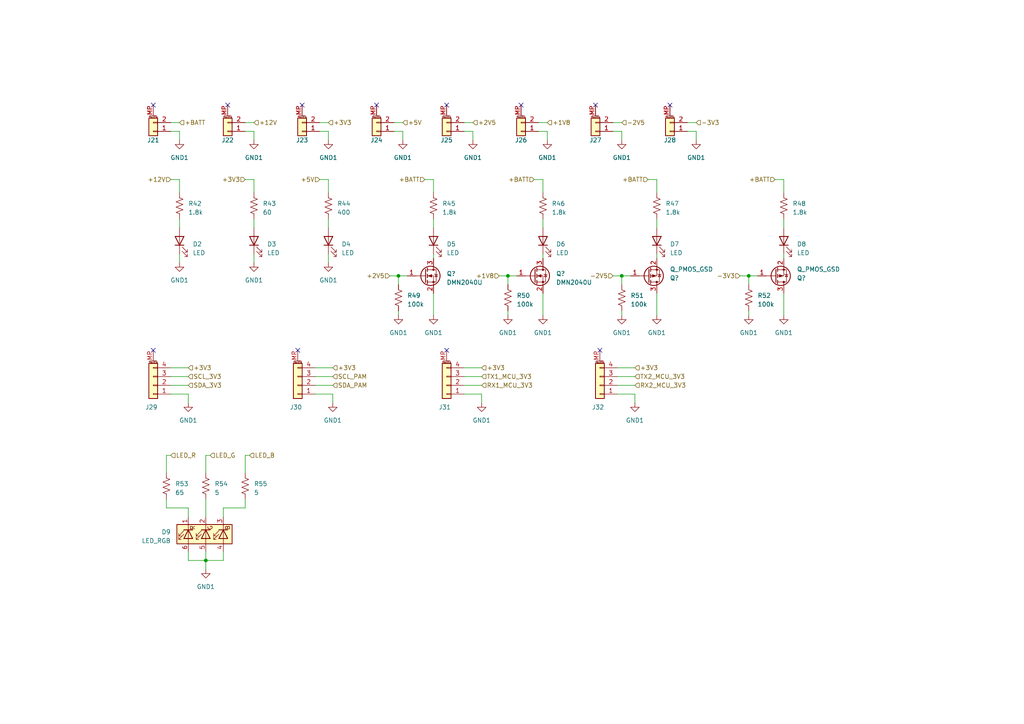
<source format=kicad_sch>
(kicad_sch (version 20230121) (generator eeschema)
  (paper "A4")
  (lib_symbols
    (symbol "Connector_Generic_MountingPin:Conn_01x02_MountingPin" (pin_names (offset 1.016) hide)
      (property "Reference" "J" (at 0 2.54 0))
      (property "Value" "Conn_01x02_MountingPin" (at 1.27 -5.08 0))
      (symbol "Conn_01x02_MountingPin_1_1"
        (rectangle (start -1.27 -2.413) (end 0 -2.667) (stroke (width 0.1524)))
        (rectangle (start -1.27 0.127) (end 0 -0.127) (stroke (width 0.1524)))
        (rectangle (start -1.27 1.27) (end 1.27 -3.81) (stroke (width 0.254)) (fill (type background)))
        (polyline (pts (xy -1.016 -4.572) (xy 1.016 -4.572)) (stroke (width 0.1524)))
        (text "Mounting" (at 0 -4.191 0) (effects (font (size 0.381 0.381))))
        (pin passive line (at -5.08 0 0) (length 3.81) (name "Pin_1") (number "1"))
        (pin passive line (at -5.08 -2.54 0) (length 3.81) (name "Pin_2") (number "2"))
        (pin passive line (at 0 -7.62 90) (length 3.048) (name "MountPin") (number "MP"))
      )
    )
    (symbol "Connector_Generic_MountingPin:Conn_01x04_MountingPin" (pin_names (offset 1.016) hide)
      (property "Reference" "J" (at 0 5.08 0))
      (property "Value" "Conn_01x04_MountingPin" (at 1.27 -7.62 0))
      (symbol "Conn_01x04_MountingPin_1_1"
        (rectangle (start -1.27 -4.953) (end 0 -5.207) (stroke (width 0.1524)))
        (rectangle (start -1.27 -2.413) (end 0 -2.667) (stroke (width 0.1524)))
        (rectangle (start -1.27 0.127) (end 0 -0.127) (stroke (width 0.1524)))
        (rectangle (start -1.27 2.667) (end 0 2.413) (stroke (width 0.1524)))
        (rectangle (start -1.27 3.81) (end 1.27 -6.35) (stroke (width 0.254)) (fill (type background)))
        (polyline (pts (xy -1.016 -7.112) (xy 1.016 -7.112)) (stroke (width 0.1524)))
        (text "Mounting" (at 0 -6.731 0) (effects (font (size 0.381 0.381))))
        (pin passive line (at -5.08 2.54 0) (length 3.81) (name "Pin_1") (number "1"))
        (pin passive line (at -5.08 0 0) (length 3.81) (name "Pin_2") (number "2"))
        (pin passive line (at -5.08 -2.54 0) (length 3.81) (name "Pin_3") (number "3"))
        (pin passive line (at -5.08 -5.08 0) (length 3.81) (name "Pin_4") (number "4"))
        (pin passive line (at 0 -10.16 90) (length 3.048) (name "MountPin") (number "MP"))
      )
    )
    (symbol "Device:LED" (pin_numbers hide) (pin_names (offset 1.016) hide)
      (property "Reference" "D" (at 0 2.54 0))
      (property "Value" "LED" (at 0 -2.54 0))
      (symbol "LED_0_1"
        (polyline (pts (xy -1.27 -1.27) (xy -1.27 1.27)) (stroke (width 0.254)))
        (polyline (pts (xy -1.27 0) (xy 1.27 0)))
        (polyline (pts (xy 1.27 -1.27) (xy 1.27 1.27) (xy -1.27 0) (xy 1.27 -1.27)) (stroke (width 0.254)))
        (polyline (pts (xy -3.048 -0.762) (xy -4.572 -2.286) (xy -3.81 -2.286) (xy -4.572 -2.286) (xy -4.572 -1.524)))
        (polyline (pts (xy -1.778 -0.762) (xy -3.302 -2.286) (xy -2.54 -2.286) (xy -3.302 -2.286) (xy -3.302 -1.524)))
      )
      (symbol "LED_1_1"
        (pin passive line (at -3.81 0 0) (length 2.54) (name "K") (number "1"))
        (pin passive line (at 3.81 0 180) (length 2.54) (name "A") (number "2"))
      )
    )
    (symbol "Device:LED_RGB" (pin_names (offset 0) hide)
      (property "Reference" "D" (at 0 9.398 0))
      (property "Value" "LED_RGB" (at 0 -8.89 0))
      (symbol "LED_RGB_0_0"
        (text "B" (at -1.905 -6.35 0) (effects (font (size 1.27 1.27))))
        (text "G" (at -1.905 -1.27 0) (effects (font (size 1.27 1.27))))
        (text "R" (at -1.905 3.81 0) (effects (font (size 1.27 1.27))))
      )
      (symbol "LED_RGB_0_1"
        (polyline (pts (xy -1.27 -5.08) (xy -2.54 -5.08)))
        (polyline (pts (xy -1.27 -5.08) (xy 1.27 -5.08)))
        (polyline (pts (xy -1.27 -3.81) (xy -1.27 -6.35)) (stroke (width 0.254)))
        (polyline (pts (xy -1.27 0) (xy -2.54 0)))
        (polyline (pts (xy -1.27 1.27) (xy -1.27 -1.27)) (stroke (width 0.254)))
        (polyline (pts (xy -1.27 5.08) (xy -2.54 5.08)))
        (polyline (pts (xy -1.27 5.08) (xy 1.27 5.08)))
        (polyline (pts (xy -1.27 6.35) (xy -1.27 3.81)) (stroke (width 0.254)))
        (polyline (pts (xy 1.27 -5.08) (xy 2.54 -5.08)))
        (polyline (pts (xy 1.27 0) (xy -1.27 0)))
        (polyline (pts (xy 1.27 0) (xy 2.54 0)))
        (polyline (pts (xy 1.27 5.08) (xy 2.54 5.08)))
        (polyline (pts (xy -1.27 1.27) (xy -1.27 -1.27) (xy -1.27 -1.27)))
        (polyline (pts (xy -1.27 6.35) (xy -1.27 3.81) (xy -1.27 3.81)))
        (polyline (pts (xy 1.27 -3.81) (xy 1.27 -6.35) (xy -1.27 -5.08) (xy 1.27 -3.81)) (stroke (width 0.254)))
        (polyline (pts (xy 1.27 1.27) (xy 1.27 -1.27) (xy -1.27 0) (xy 1.27 1.27)) (stroke (width 0.254)))
        (polyline (pts (xy 1.27 6.35) (xy 1.27 3.81) (xy -1.27 5.08) (xy 1.27 6.35)) (stroke (width 0.254)))
        (polyline (pts (xy -1.016 -3.81) (xy 0.508 -2.286) (xy -0.254 -2.286) (xy 0.508 -2.286) (xy 0.508 -3.048)))
        (polyline (pts (xy -1.016 1.27) (xy 0.508 2.794) (xy -0.254 2.794) (xy 0.508 2.794) (xy 0.508 2.032)))
        (polyline (pts (xy -1.016 6.35) (xy 0.508 7.874) (xy -0.254 7.874) (xy 0.508 7.874) (xy 0.508 7.112)))
        (polyline (pts (xy 0 -3.81) (xy 1.524 -2.286) (xy 0.762 -2.286) (xy 1.524 -2.286) (xy 1.524 -3.048)))
        (polyline (pts (xy 0 1.27) (xy 1.524 2.794) (xy 0.762 2.794) (xy 1.524 2.794) (xy 1.524 2.032)))
        (polyline (pts (xy 0 6.35) (xy 1.524 7.874) (xy 0.762 7.874) (xy 1.524 7.874) (xy 1.524 7.112)))
        (rectangle (start 1.27 -1.27) (end 1.27 1.27))
        (rectangle (start 1.27 1.27) (end 1.27 1.27))
        (rectangle (start 1.27 3.81) (end 1.27 6.35))
        (rectangle (start 1.27 6.35) (end 1.27 6.35))
        (rectangle (start 2.794 8.382) (end -2.794 -7.62) (stroke (width 0.254)) (fill (type background)))
      )
      (symbol "LED_RGB_1_1"
        (pin passive line (at -5.08 5.08 0) (length 2.54) (name "RK") (number "1"))
        (pin passive line (at -5.08 0 0) (length 2.54) (name "GK") (number "2"))
        (pin passive line (at -5.08 -5.08 0) (length 2.54) (name "BK") (number "3"))
        (pin passive line (at 5.08 -5.08 180) (length 2.54) (name "BA") (number "4"))
        (pin passive line (at 5.08 0 180) (length 2.54) (name "GA") (number "5"))
        (pin passive line (at 5.08 5.08 180) (length 2.54) (name "RA") (number "6"))
      )
    )
    (symbol "Device:Q_NMOS_GSD" (pin_names (offset 0) hide)
      (property "Reference" "Q" (at 5.08 1.27 0))
      (property "Value" "Q_NMOS_GSD" (at 5.08 -1.27 0))
      (symbol "Q_NMOS_GSD_0_1"
        (polyline (pts (xy 0.254 0) (xy -2.54 0)))
        (polyline (pts (xy 0.254 1.905) (xy 0.254 -1.905)) (stroke (width 0.254)))
        (polyline (pts (xy 0.762 -1.27) (xy 0.762 -2.286)) (stroke (width 0.254)))
        (polyline (pts (xy 0.762 0.508) (xy 0.762 -0.508)) (stroke (width 0.254)))
        (polyline (pts (xy 0.762 2.286) (xy 0.762 1.27)) (stroke (width 0.254)))
        (polyline (pts (xy 2.54 2.54) (xy 2.54 1.778)))
        (polyline (pts (xy 2.54 -2.54) (xy 2.54 0) (xy 0.762 0)))
        (polyline (pts (xy 0.762 -1.778) (xy 3.302 -1.778) (xy 3.302 1.778) (xy 0.762 1.778)))
        (polyline (pts (xy 1.016 0) (xy 2.032 0.381) (xy 2.032 -0.381) (xy 1.016 0)) (fill (type outline)))
        (polyline (pts (xy 2.794 0.508) (xy 2.921 0.381) (xy 3.683 0.381) (xy 3.81 0.254)))
        (polyline (pts (xy 3.302 0.381) (xy 2.921 -0.254) (xy 3.683 -0.254) (xy 3.302 0.381)))
        (circle (center 1.651 0) (radius 2.794) (stroke (width 0.254)))
        (circle (center 2.54 -1.778) (radius 0.254) (fill (type outline)))
        (circle (center 2.54 1.778) (radius 0.254) (fill (type outline)))
      )
      (symbol "Q_NMOS_GSD_1_1"
        (pin input line (at -5.08 0 0) (length 2.54) (name "G") (number "1"))
        (pin passive line (at 2.54 -5.08 90) (length 2.54) (name "S") (number "2"))
        (pin passive line (at 2.54 5.08 270) (length 2.54) (name "D") (number "3"))
      )
    )
    (symbol "Device:Q_PMOS_GSD" (pin_names (offset 0) hide)
      (property "Reference" "Q" (at 5.08 1.27 0))
      (property "Value" "Q_PMOS_GSD" (at 5.08 -1.27 0))
      (symbol "Q_PMOS_GSD_0_1"
        (polyline (pts (xy 0.254 0) (xy -2.54 0)))
        (polyline (pts (xy 0.254 1.905) (xy 0.254 -1.905)) (stroke (width 0.254)))
        (polyline (pts (xy 0.762 -1.27) (xy 0.762 -2.286)) (stroke (width 0.254)))
        (polyline (pts (xy 0.762 0.508) (xy 0.762 -0.508)) (stroke (width 0.254)))
        (polyline (pts (xy 0.762 2.286) (xy 0.762 1.27)) (stroke (width 0.254)))
        (polyline (pts (xy 2.54 2.54) (xy 2.54 1.778)))
        (polyline (pts (xy 2.54 -2.54) (xy 2.54 0) (xy 0.762 0)))
        (polyline (pts (xy 0.762 1.778) (xy 3.302 1.778) (xy 3.302 -1.778) (xy 0.762 -1.778)))
        (polyline (pts (xy 2.286 0) (xy 1.27 0.381) (xy 1.27 -0.381) (xy 2.286 0)) (fill (type outline)))
        (polyline (pts (xy 2.794 -0.508) (xy 2.921 -0.381) (xy 3.683 -0.381) (xy 3.81 -0.254)))
        (polyline (pts (xy 3.302 -0.381) (xy 2.921 0.254) (xy 3.683 0.254) (xy 3.302 -0.381)))
        (circle (center 1.651 0) (radius 2.794) (stroke (width 0.254)))
        (circle (center 2.54 -1.778) (radius 0.254) (fill (type outline)))
        (circle (center 2.54 1.778) (radius 0.254) (fill (type outline)))
      )
      (symbol "Q_PMOS_GSD_1_1"
        (pin input line (at -5.08 0 0) (length 2.54) (name "G") (number "1"))
        (pin passive line (at 2.54 -5.08 90) (length 2.54) (name "S") (number "2"))
        (pin passive line (at 2.54 5.08 270) (length 2.54) (name "D") (number "3"))
      )
    )
    (symbol "Device:R_US" (pin_numbers hide) (pin_names (offset 0))
      (property "Reference" "R" (at 2.54 0 90))
      (property "Value" "R_US" (at -2.54 0 90))
      (symbol "R_US_0_1"
        (polyline (pts (xy 0 -2.286) (xy 0 -2.54)))
        (polyline (pts (xy 0 2.286) (xy 0 2.54)))
        (polyline (pts (xy 0 -0.762) (xy 1.016 -1.143) (xy 0 -1.524) (xy -1.016 -1.905) (xy 0 -2.286)))
        (polyline (pts (xy 0 0.762) (xy 1.016 0.381) (xy 0 0) (xy -1.016 -0.381) (xy 0 -0.762)))
        (polyline (pts (xy 0 2.286) (xy 1.016 1.905) (xy 0 1.524) (xy -1.016 1.143) (xy 0 0.762)))
      )
      (symbol "R_US_1_1"
        (pin passive line (at 0 3.81 270) (length 1.27) (name "~") (number "1"))
        (pin passive line (at 0 -3.81 90) (length 1.27) (name "~") (number "2"))
      )
    )
    (symbol "power:GND1" (power) (pin_names (offset 0))
      (property "Value" "GND1" (at 0 -3.81 0))
      (symbol "GND1_0_1"
        (polyline (pts (xy 0 0) (xy 0 -1.27) (xy 1.27 -1.27) (xy 0 -2.54) (xy -1.27 -1.27) (xy 0 -1.27)))
      )
      (symbol "GND1_1_1"
        (pin power_in line (at 0 0 270) (length 0) hide (name "GND1") (number "1"))
      )
    )
  )
  (junction (at 115.57 80.01))
  (junction (at 180.34 80.01))
  (junction (at 59.69 162.56))
  (junction (at 217.17 80.01))
  (junction (at 147.32 80.01))
  (no_connect (at 66.04 30.48))
  (no_connect (at 44.45 30.48))
  (no_connect (at 86.36 101.6))
  (no_connect (at 129.54 101.6))
  (no_connect (at 129.54 30.48))
  (no_connect (at 172.72 30.48))
  (no_connect (at 87.63 30.48))
  (no_connect (at 173.99 101.6))
  (no_connect (at 151.13 30.48))
  (no_connect (at 44.45 101.6))
  (no_connect (at 194.31 30.48))
  (no_connect (at 109.22 30.48))
  (wire (pts (xy 180.34 38.1) (xy 180.34 40.64)))
  (wire (pts (xy 91.44 111.76) (xy 96.52 111.76)))
  (wire (pts (xy 144.78 80.01) (xy 147.32 80.01)))
  (wire (pts (xy 147.32 90.17) (xy 147.32 91.44)))
  (wire (pts (xy 59.69 132.08) (xy 60.96 132.08)))
  (wire (pts (xy 125.73 63.5) (xy 125.73 66.04)))
  (wire (pts (xy 179.07 106.68) (xy 184.15 106.68)))
  (wire (pts (xy 114.3 38.1) (xy 116.84 38.1)))
  (wire (pts (xy 49.53 111.76) (xy 54.61 111.76)))
  (wire (pts (xy 71.12 52.07) (xy 73.66 52.07)))
  (wire (pts (xy 52.07 38.1) (xy 52.07 40.64)))
  (wire (pts (xy 147.32 80.01) (xy 149.86 80.01)))
  (wire (pts (xy 59.69 144.78) (xy 59.69 149.86)))
  (wire (pts (xy 158.75 38.1) (xy 158.75 40.64)))
  (wire (pts (xy 157.48 85.09) (xy 157.48 91.44)))
  (wire (pts (xy 125.73 52.07) (xy 125.73 55.88)))
  (wire (pts (xy 134.62 114.3) (xy 139.7 114.3)))
  (wire (pts (xy 73.66 63.5) (xy 73.66 66.04)))
  (wire (pts (xy 217.17 80.01) (xy 219.71 80.01)))
  (wire (pts (xy 64.77 149.86) (xy 64.77 147.32)))
  (wire (pts (xy 71.12 137.16) (xy 71.12 132.08)))
  (wire (pts (xy 64.77 160.02) (xy 64.77 162.56)))
  (wire (pts (xy 49.53 106.68) (xy 54.61 106.68)))
  (wire (pts (xy 199.39 38.1) (xy 201.93 38.1)))
  (wire (pts (xy 180.34 35.56) (xy 177.8 35.56)))
  (wire (pts (xy 134.62 109.22) (xy 139.7 109.22)))
  (wire (pts (xy 116.84 38.1) (xy 116.84 40.64)))
  (wire (pts (xy 157.48 52.07) (xy 157.48 55.88)))
  (wire (pts (xy 48.26 144.78) (xy 48.26 147.32)))
  (wire (pts (xy 190.5 63.5) (xy 190.5 66.04)))
  (wire (pts (xy 179.07 114.3) (xy 184.15 114.3)))
  (wire (pts (xy 96.52 114.3) (xy 96.52 116.84)))
  (wire (pts (xy 48.26 132.08) (xy 49.53 132.08)))
  (wire (pts (xy 49.53 52.07) (xy 52.07 52.07)))
  (wire (pts (xy 54.61 162.56) (xy 59.69 162.56)))
  (wire (pts (xy 115.57 82.55) (xy 115.57 80.01)))
  (wire (pts (xy 49.53 109.22) (xy 54.61 109.22)))
  (wire (pts (xy 217.17 82.55) (xy 217.17 80.01)))
  (wire (pts (xy 91.44 114.3) (xy 96.52 114.3)))
  (wire (pts (xy 71.12 147.32) (xy 71.12 144.78)))
  (wire (pts (xy 59.69 162.56) (xy 59.69 165.1)))
  (wire (pts (xy 48.26 147.32) (xy 54.61 147.32)))
  (wire (pts (xy 157.48 73.66) (xy 157.48 74.93)))
  (wire (pts (xy 147.32 82.55) (xy 147.32 80.01)))
  (wire (pts (xy 95.25 73.66) (xy 95.25 76.2)))
  (wire (pts (xy 116.84 35.56) (xy 114.3 35.56)))
  (wire (pts (xy 49.53 38.1) (xy 52.07 38.1)))
  (wire (pts (xy 125.73 73.66) (xy 125.73 74.93)))
  (wire (pts (xy 92.71 38.1) (xy 95.25 38.1)))
  (wire (pts (xy 158.75 35.56) (xy 156.21 35.56)))
  (wire (pts (xy 156.21 38.1) (xy 158.75 38.1)))
  (wire (pts (xy 180.34 90.17) (xy 180.34 91.44)))
  (wire (pts (xy 201.93 35.56) (xy 199.39 35.56)))
  (wire (pts (xy 227.33 63.5) (xy 227.33 66.04)))
  (wire (pts (xy 224.79 52.07) (xy 227.33 52.07)))
  (wire (pts (xy 217.17 90.17) (xy 217.17 91.44)))
  (wire (pts (xy 134.62 111.76) (xy 139.7 111.76)))
  (wire (pts (xy 227.33 73.66) (xy 227.33 74.93)))
  (wire (pts (xy 137.16 38.1) (xy 137.16 40.64)))
  (wire (pts (xy 154.94 52.07) (xy 157.48 52.07)))
  (wire (pts (xy 52.07 52.07) (xy 52.07 55.88)))
  (wire (pts (xy 134.62 38.1) (xy 137.16 38.1)))
  (wire (pts (xy 115.57 80.01) (xy 118.11 80.01)))
  (wire (pts (xy 59.69 137.16) (xy 59.69 132.08)))
  (wire (pts (xy 54.61 147.32) (xy 54.61 149.86)))
  (wire (pts (xy 115.57 90.17) (xy 115.57 91.44)))
  (wire (pts (xy 125.73 85.09) (xy 125.73 91.44)))
  (wire (pts (xy 113.03 80.01) (xy 115.57 80.01)))
  (wire (pts (xy 52.07 35.56) (xy 49.53 35.56)))
  (wire (pts (xy 73.66 52.07) (xy 73.66 55.88)))
  (wire (pts (xy 52.07 63.5) (xy 52.07 66.04)))
  (wire (pts (xy 95.25 38.1) (xy 95.25 40.64)))
  (wire (pts (xy 64.77 162.56) (xy 59.69 162.56)))
  (wire (pts (xy 54.61 160.02) (xy 54.61 162.56)))
  (wire (pts (xy 71.12 38.1) (xy 73.66 38.1)))
  (wire (pts (xy 227.33 85.09) (xy 227.33 91.44)))
  (wire (pts (xy 64.77 147.32) (xy 71.12 147.32)))
  (wire (pts (xy 91.44 109.22) (xy 96.52 109.22)))
  (wire (pts (xy 177.8 38.1) (xy 180.34 38.1)))
  (wire (pts (xy 91.44 106.68) (xy 96.52 106.68)))
  (wire (pts (xy 180.34 82.55) (xy 180.34 80.01)))
  (wire (pts (xy 95.25 63.5) (xy 95.25 66.04)))
  (wire (pts (xy 73.66 38.1) (xy 73.66 40.64)))
  (wire (pts (xy 71.12 132.08) (xy 72.39 132.08)))
  (wire (pts (xy 227.33 52.07) (xy 227.33 55.88)))
  (wire (pts (xy 139.7 114.3) (xy 139.7 116.84)))
  (wire (pts (xy 179.07 109.22) (xy 184.15 109.22)))
  (wire (pts (xy 48.26 137.16) (xy 48.26 132.08)))
  (wire (pts (xy 214.63 80.01) (xy 217.17 80.01)))
  (wire (pts (xy 180.34 80.01) (xy 182.88 80.01)))
  (wire (pts (xy 49.53 114.3) (xy 54.61 114.3)))
  (wire (pts (xy 184.15 114.3) (xy 184.15 116.84)))
  (wire (pts (xy 190.5 85.09) (xy 190.5 91.44)))
  (wire (pts (xy 59.69 160.02) (xy 59.69 162.56)))
  (wire (pts (xy 95.25 52.07) (xy 95.25 55.88)))
  (wire (pts (xy 123.19 52.07) (xy 125.73 52.07)))
  (wire (pts (xy 157.48 63.5) (xy 157.48 66.04)))
  (wire (pts (xy 179.07 111.76) (xy 184.15 111.76)))
  (wire (pts (xy 54.61 114.3) (xy 54.61 116.84)))
  (wire (pts (xy 187.96 52.07) (xy 190.5 52.07)))
  (wire (pts (xy 137.16 35.56) (xy 134.62 35.56)))
  (wire (pts (xy 190.5 52.07) (xy 190.5 55.88)))
  (wire (pts (xy 190.5 73.66) (xy 190.5 74.93)))
  (wire (pts (xy 92.71 52.07) (xy 95.25 52.07)))
  (wire (pts (xy 73.66 35.56) (xy 71.12 35.56)))
  (wire (pts (xy 177.8 80.01) (xy 180.34 80.01)))
  (wire (pts (xy 73.66 73.66) (xy 73.66 76.2)))
  (wire (pts (xy 201.93 38.1) (xy 201.93 40.64)))
  (wire (pts (xy 134.62 106.68) (xy 139.7 106.68)))
  (wire (pts (xy 52.07 73.66) (xy 52.07 76.2)))
  (wire (pts (xy 95.25 35.56) (xy 92.71 35.56)))
  (hierarchical_label "+5V" (shape input) (at 92.71 52.07 180))
  (hierarchical_label "LED_B" (shape input) (at 72.39 132.08 0))
  (hierarchical_label "+BATT" (shape input) (at 224.79 52.07 180))
  (hierarchical_label "SCL_3V3" (shape input) (at 54.61 109.22 0))
  (hierarchical_label "+BATT" (shape input) (at 187.96 52.07 180))
  (hierarchical_label "+2V5" (shape input) (at 113.03 80.01 180))
  (hierarchical_label "+BATT" (shape input) (at 154.94 52.07 180))
  (hierarchical_label "+1V8" (shape input) (at 158.75 35.56 0))
  (hierarchical_label "+BATT" (shape input) (at 123.19 52.07 180))
  (hierarchical_label "+2V5" (shape input) (at 137.16 35.56 0))
  (hierarchical_label "+3V3" (shape input) (at 96.52 106.68 0))
  (hierarchical_label "SDA_PAM" (shape input) (at 96.52 111.76 0))
  (hierarchical_label "+BATT" (shape input) (at 52.07 35.56 0))
  (hierarchical_label "+3V3" (shape input) (at 54.61 106.68 0))
  (hierarchical_label "+12V" (shape input) (at 49.53 52.07 180))
  (hierarchical_label "-2V5" (shape input) (at 180.34 35.56 0))
  (hierarchical_label "TX2_MCU_3V3" (shape input) (at 184.15 109.22 0))
  (hierarchical_label "SCL_PAM" (shape input) (at 96.52 109.22 0))
  (hierarchical_label "+3V3" (shape input) (at 95.25 35.56 0))
  (hierarchical_label "+3V3" (shape input) (at 71.12 52.07 180))
  (hierarchical_label "RX1_MCU_3V3" (shape input) (at 139.7 111.76 0))
  (hierarchical_label "SDA_3V3" (shape input) (at 54.61 111.76 0))
  (hierarchical_label "+3V3" (shape input) (at 184.15 106.68 0))
  (hierarchical_label "+5V" (shape input) (at 116.84 35.56 0))
  (hierarchical_label "RX2_MCU_3V3" (shape input) (at 184.15 111.76 0))
  (hierarchical_label "LED_R" (shape input) (at 49.53 132.08 0))
  (hierarchical_label "+12V" (shape input) (at 73.66 35.56 0))
  (hierarchical_label "+3V3" (shape input) (at 139.7 106.68 0))
  (hierarchical_label "-3V3" (shape input) (at 214.63 80.01 180))
  (hierarchical_label "-2V5" (shape input) (at 177.8 80.01 180))
  (hierarchical_label "+1V8" (shape input) (at 144.78 80.01 180))
  (hierarchical_label "TX1_MCU_3V3" (shape input) (at 139.7 109.22 0))
  (hierarchical_label "LED_G" (shape input) (at 60.96 132.08 0))
  (hierarchical_label "-3V3" (shape input) (at 201.93 35.56 0))
  (symbol (lib_id "power:GND1") (at 180.34 40.64 0) (unit 1)
    (property "Reference" "#PWR0126" (effects hide))
    (property "Value" "GND1" (at 180.34 45.72 0))
  )
  (symbol (lib_id "power:GND1") (at 59.69 165.1 0) (unit 1)
    (property "Reference" "#PWR0143" (effects hide))
    (property "Value" "GND1" (at 59.69 170.18 0))
  )
  (symbol (lib_id "power:GND1") (at 180.34 91.44 0) (unit 1)
    (property "Reference" "#PWR0135" (effects hide))
    (property "Value" "GND1" (at 180.34 96.52 0))
  )
  (symbol (lib_id "power:GND1") (at 52.07 76.2 0) (unit 1)
    (property "Reference" "#PWR0128" (effects hide))
    (property "Value" "GND1" (at 52.07 81.28 0))
  )
  (symbol (lib_id "power:GND1") (at 139.7 116.84 0) (unit 1)
    (property "Reference" "#PWR0141" (effects hide))
    (property "Value" "GND1" (at 139.7 121.92 0))
  )
  (symbol (lib_id "Device:R_US") (at 59.69 140.97 0) (unit 1)
    (property "Reference" "R54" (at 62.23 140.335 0) (effects (justify left)))
    (property "Value" "5" (at 62.23 142.875 0) (effects (justify left)))
    (property "Footprint" "Resistor_THT:R_Axial_DIN0207_L6.3mm_D2.5mm_P10.16mm_Horizontal" (effects hide))
    (property "Datasheet" "https://www.yageo.com/upload/media/product/productsearch/datasheet/lr/YAGEO%20MFR_datasheet_2021v1.pdf" (effects hide))
    (property "DigiKey PN" "13-MFR-25FTE52-5R1CT-ND" (effects hide))
    (property "MPN" "MFR-25FTE52-5R1" (effects hide))
    (property "Manufacturer" "YAGEO" (effects hide))
  )
  (symbol (lib_id "Device:LED") (at 95.25 69.85 90) (unit 1)
    (property "Reference" "D4" (at 99.06 70.8025 90) (effects (justify right)))
    (property "Value" "LED" (at 99.06 73.3425 90) (effects (justify right)))
    (property "Footprint" "LED_SMD:LED_0603_1608Metric_Pad1.05x0.95mm_HandSolder" (effects hide))
    (property "Datasheet" "https://media.digikey.com/pdf/Data%20Sheets/Lite-On%20PDFs/LTST-C193TGKT-5A.pdf" (effects hide))
    (property "DigiKey PN" "160-1832-2-ND" (effects hide))
    (property "MPN" "LTST-C193TGKT-5A" (effects hide))
    (property "Manufacturer" "Lite-On Inc." (effects hide))
  )
  (symbol (lib_id "power:GND1") (at 95.25 76.2 0) (unit 1)
    (property "Reference" "#PWR0130" (effects hide))
    (property "Value" "GND1" (at 95.25 81.28 0))
  )
  (symbol (lib_id "Device:R_US") (at 48.26 140.97 0) (unit 1)
    (property "Reference" "R53" (at 50.8 140.335 0) (effects (justify left)))
    (property "Value" "65" (at 50.8 142.875 0) (effects (justify left)))
    (property "Footprint" "Resistor_THT:R_Axial_DIN0207_L6.3mm_D2.5mm_P10.16mm_Horizontal" (effects hide))
    (property "Datasheet" "https://www.yageo.com/upload/media/product/productsearch/datasheet/lr/YAGEO%20MFR_datasheet_2021v1.pdf" (effects hide))
    (property "DigiKey PN" "13-MFR-25FTE52-59RCT-ND" (effects hide))
    (property "MPN" "MFR-25FTE52-59R" (effects hide))
    (property "Manufacturer" "YAGEO" (effects hide))
  )
  (symbol (lib_id "Device:R_US") (at 71.12 140.97 0) (unit 1)
    (property "Reference" "R55" (at 73.66 140.335 0) (effects (justify left)))
    (property "Value" "5" (at 73.66 142.875 0) (effects (justify left)))
    (property "Footprint" "Resistor_THT:R_Axial_DIN0207_L6.3mm_D2.5mm_P10.16mm_Horizontal" (effects hide))
    (property "Datasheet" "https://www.yageo.com/upload/media/product/productsearch/datasheet/lr/YAGEO%20MFR_datasheet_2021v1.pdf" (effects hide))
    (property "DigiKey PN" "13-MFR-25FTE52-5R1CT-ND" (effects hide))
    (property "MPN" "MFR-25FTE52-5R1" (effects hide))
    (property "Manufacturer" "YAGEO" (effects hide))
  )
  (symbol (lib_id "Device:Q_PMOS_GSD") (at 187.96 80.01 0) (mirror x) (unit 1)
    (property "Reference" "Q?" (at 194.31 80.645 0) (effects (justify left)))
    (property "Value" "Q_PMOS_GSD" (at 194.31 78.105 0) (effects (justify left)))
    (property "Footprint" "Package_TO_SOT_SMD:SOT-523" (effects hide))
    (property "Datasheet" "https://www.diodes.com/assets/Datasheets/DMP21D0UT.pdf" (effects hide))
    (property "DigiKey PN" "DMP21D0UT-7DITR-ND" (effects hide))
    (property "MPN" "DMP21D0UT-7" (effects hide))
    (property "Manufacturer" "Diodes Incorporated" (effects hide))
    (instances (project "dboards" (path "" (reference "Q?") (unit 1))) (project "dboards-02" (path "" (reference "Q5") (unit 1)) (path "" (reference "Q7") (unit 1))))
  )
  (symbol (lib_id "power:GND1") (at 54.61 116.84 0) (unit 1)
    (property "Reference" "#PWR0139" (effects hide))
    (property "Value" "GND1" (at 54.61 121.92 0))
  )
  (symbol (lib_id "Device:R_US") (at 52.07 59.69 0) (unit 1)
    (property "Reference" "R42" (at 54.61 59.055 0) (effects (justify left)))
    (property "Value" "1.8k" (at 54.61 61.595 0) (effects (justify left)))
    (property "Footprint" "Resistor_THT:R_Axial_DIN0207_L6.3mm_D2.5mm_P10.16mm_Horizontal" (effects hide))
    (property "Datasheet" "https://www.yageo.com/upload/media/product/productsearch/datasheet/lr/YAGEO%20MFR_datasheet_2021v1.pdf" (effects hide))
    (property "DigiKey PN" "13-MFR-25FTE52-1K8CT-ND" (effects hide))
    (property "MPN" "MFR-25FTE52-1K8" (effects hide))
    (property "Manufacturer" "YAGEO" (effects hide))
  )
  (symbol (lib_id "Device:Q_NMOS_GSD") (at 123.19 80.01 0) (unit 1)
    (property "Reference" "Q?" (at 129.54 79.375 0) (effects (justify left)))
    (property "Value" "DMN2040U" (at 129.54 81.915 0) (effects (justify left)))
    (property "Footprint" "Package_TO_SOT_SMD:SOT-523" (effects hide))
    (property "Datasheet" "https://www.diodes.com/assets/Datasheets/DMN2040U.pdf" (effects hide))
    (property "DigiKey PN" "31-DMN2040U-13CT-ND" (effects hide))
    (property "MPN" "DMN2040U-13" (effects hide))
    (property "Manufacturer" "Diodes Incorporated" (effects hide))
    (instances (project "dboards" (path "" (reference "Q?") (unit 1)) (path "" (reference "Q?") (unit 1))) (project "dboards-02" (path "" (reference "Q6") (unit 1)) (path "" (reference "Q5") (unit 1))))
  )
  (symbol (lib_id "Device:R_US") (at 125.73 59.69 0) (unit 1)
    (property "Reference" "R45" (at 128.27 59.055 0) (effects (justify left)))
    (property "Value" "1.8k" (at 128.27 61.595 0) (effects (justify left)))
    (property "Footprint" "Resistor_THT:R_Axial_DIN0207_L6.3mm_D2.5mm_P10.16mm_Horizontal" (effects hide))
    (property "Datasheet" "https://www.yageo.com/upload/media/product/productsearch/datasheet/lr/YAGEO%20MFR_datasheet_2021v1.pdf" (effects hide))
    (property "DigiKey PN" "13-MFR-25FTE52-1K8CT-ND" (effects hide))
    (property "MPN" "MFR-25FTE52-1K8" (effects hide))
    (property "Manufacturer" "YAGEO" (effects hide))
  )
  (symbol (lib_id "Connector_Generic_MountingPin:Conn_01x02_MountingPin") (at 66.04 38.1 180) (unit 1)
    (property "Reference" "J22" (at 66.04 40.64 0))
    (property "Value" "Conn_01x02_MountingPin" (effects hide))
    (property "Footprint" "Connector_JST:JST_XH_B2B-XH-AM_1x02_P2.50mm_Vertical" (effects hide))
    (property "Datasheet" "https://www.jst-mfg.com/product/pdf/eng/eXH.pdf" (effects hide))
    (property "DigiKey PN" "455-2273-ND" (effects hide))
    (property "MPN" "B2B-XH-AM(LF)(SN)" (effects hide))
    (property "Manufacturer" "JST Sales America Inc." (effects hide))
  )
  (symbol (lib_id "Device:R_US") (at 115.57 86.36 0) (unit 1)
    (property "Reference" "R49" (at 118.11 85.725 0) (effects (justify left)))
    (property "Value" "100k" (at 118.11 88.265 0) (effects (justify left)))
    (property "Footprint" "Resistor_SMD:R_0805_2012Metric_Pad1.20x1.40mm_HandSolder" (effects hide))
    (property "Datasheet" "https://www.yageo.com/upload/media/product/productsearch/datasheet/rchip/PYu-RC_Group_51_RoHS_L_12.pdf" (effects hide))
    (property "DigiKey PN" "311-100KCRCT-ND" (effects hide))
    (property "MPN" "RC0805FR-07100KL" (effects hide))
    (property "Manufacturer" "YAGEO" (effects hide))
  )
  (symbol (lib_id "Connector_Generic_MountingPin:Conn_01x02_MountingPin") (at 172.72 38.1 180) (unit 1)
    (property "Reference" "J27" (at 172.72 40.64 0))
    (property "Value" "Conn_01x02_MountingPin" (effects hide))
    (property "Footprint" "Connector_JST:JST_XH_B2B-XH-AM_1x02_P2.50mm_Vertical" (effects hide))
    (property "Datasheet" "https://www.jst-mfg.com/product/pdf/eng/eXH.pdf" (effects hide))
    (property "DigiKey PN" "455-2273-ND" (effects hide))
    (property "MPN" "B2B-XH-AM(LF)(SN)" (effects hide))
    (property "Manufacturer" "JST Sales America Inc." (effects hide))
  )
  (symbol (lib_id "power:GND1") (at 217.17 91.44 0) (unit 1)
    (property "Reference" "#PWR0137" (effects hide))
    (property "Value" "GND1" (at 217.17 96.52 0))
  )
  (symbol (lib_id "Connector_Generic_MountingPin:Conn_01x04_MountingPin") (at 44.45 111.76 180) (unit 1)
    (property "Reference" "J29" (at 45.72 118.11 0) (effects (justify left)))
    (property "Value" "Conn_01x04_MountingPin" (effects hide))
    (property "Footprint" "Connector_JST:JST_XH_B4B-XH-AM_1x04_P2.50mm_Vertical" (effects hide))
    (property "Datasheet" "https://www.jst-mfg.com/product/pdf/eng/eXH.pdf" (effects hide))
    (property "DigiKey PN" "455-2237-ND" (effects hide))
    (property "MPN" "B4B-XH-AM(LF)(SN)" (effects hide))
    (property "Manufacturer" "JST Sales America Inc." (effects hide))
  )
  (symbol (lib_id "Device:LED") (at 73.66 69.85 90) (unit 1)
    (property "Reference" "D3" (at 77.47 70.8025 90) (effects (justify right)))
    (property "Value" "LED" (at 77.47 73.3425 90) (effects (justify right)))
    (property "Footprint" "LED_SMD:LED_0603_1608Metric_Pad1.05x0.95mm_HandSolder" (effects hide))
    (property "Datasheet" "https://media.digikey.com/pdf/Data%20Sheets/Lite-On%20PDFs/LTST-C193TGKT-5A.pdf" (effects hide))
    (property "DigiKey PN" "160-1832-2-ND" (effects hide))
    (property "MPN" "LTST-C193TGKT-5A" (effects hide))
    (property "Manufacturer" "Lite-On Inc." (effects hide))
  )
  (symbol (lib_id "Connector_Generic_MountingPin:Conn_01x02_MountingPin") (at 109.22 38.1 180) (unit 1)
    (property "Reference" "J24" (at 109.22 40.64 0))
    (property "Value" "Conn_01x02_MountingPin" (effects hide))
    (property "Footprint" "Connector_JST:JST_XH_B2B-XH-AM_1x02_P2.50mm_Vertical" (effects hide))
    (property "Datasheet" "https://www.jst-mfg.com/product/pdf/eng/eXH.pdf" (effects hide))
    (property "DigiKey PN" "455-2273-ND" (effects hide))
    (property "MPN" "B2B-XH-AM(LF)(SN)" (effects hide))
    (property "Manufacturer" "JST Sales America Inc." (effects hide))
  )
  (symbol (lib_id "Connector_Generic_MountingPin:Conn_01x04_MountingPin") (at 129.54 111.76 180) (unit 1)
    (property "Reference" "J31" (at 130.81 118.11 0) (effects (justify left)))
    (property "Value" "Conn_01x04_MountingPin" (effects hide))
    (property "Footprint" "Connector_JST:JST_XH_B4B-XH-AM_1x04_P2.50mm_Vertical" (effects hide))
    (property "Datasheet" "https://www.jst-mfg.com/product/pdf/eng/eXH.pdf" (effects hide))
    (property "DigiKey PN" "455-2237-ND" (effects hide))
    (property "MPN" "B4B-XH-AM(LF)(SN)" (effects hide))
    (property "Manufacturer" "JST Sales America Inc." (effects hide))
  )
  (symbol (lib_id "power:GND1") (at 73.66 40.64 0) (unit 1)
    (property "Reference" "#PWR0121" (effects hide))
    (property "Value" "GND1" (at 73.66 45.72 0))
  )
  (symbol (lib_id "Device:R_US") (at 73.66 59.69 0) (unit 1)
    (property "Reference" "R43" (at 76.2 59.055 0) (effects (justify left)))
    (property "Value" "60" (at 76.2 61.595 0) (effects (justify left)))
    (property "Footprint" "Resistor_THT:R_Axial_DIN0207_L6.3mm_D2.5mm_P10.16mm_Horizontal" (effects hide))
    (property "Datasheet" "https://www.yageo.com/upload/media/product/productsearch/datasheet/lr/YAGEO%20MFR_datasheet_2021v1.pdf" (effects hide))
    (property "DigiKey PN" "13-MFR-25FTE52-59RCT-ND" (effects hide))
    (property "MPN" "MFR-25FTE52-59R" (effects hide))
    (property "Manufacturer" "YAGEO" (effects hide))
  )
  (symbol (lib_id "power:GND1") (at 125.73 91.44 0) (unit 1)
    (property "Reference" "#PWR0132" (effects hide))
    (property "Value" "GND1" (at 125.73 96.52 0))
  )
  (symbol (lib_id "Connector_Generic_MountingPin:Conn_01x02_MountingPin") (at 129.54 38.1 180) (unit 1)
    (property "Reference" "J25" (at 129.54 40.64 0))
    (property "Value" "Conn_01x02_MountingPin" (effects hide))
    (property "Footprint" "Connector_JST:JST_XH_B2B-XH-AM_1x02_P2.50mm_Vertical" (effects hide))
    (property "Datasheet" "https://www.jst-mfg.com/product/pdf/eng/eXH.pdf" (effects hide))
    (property "DigiKey PN" "455-2273-ND" (effects hide))
    (property "MPN" "B2B-XH-AM(LF)(SN)" (effects hide))
    (property "Manufacturer" "JST Sales America Inc." (effects hide))
  )
  (symbol (lib_id "Device:LED") (at 125.73 69.85 90) (unit 1)
    (property "Reference" "D5" (at 129.54 70.8025 90) (effects (justify right)))
    (property "Value" "LED" (at 129.54 73.3425 90) (effects (justify right)))
    (property "Footprint" "LED_SMD:LED_0603_1608Metric_Pad1.05x0.95mm_HandSolder" (effects hide))
    (property "Datasheet" "https://media.digikey.com/pdf/Data%20Sheets/Lite-On%20PDFs/LTST-C193TGKT-5A.pdf" (effects hide))
    (property "DigiKey PN" "160-1832-2-ND" (effects hide))
    (property "MPN" "LTST-C193TGKT-5A" (effects hide))
    (property "Manufacturer" "Lite-On Inc." (effects hide))
  )
  (symbol (lib_id "power:GND1") (at 137.16 40.64 0) (unit 1)
    (property "Reference" "#PWR0124" (effects hide))
    (property "Value" "GND1" (at 137.16 45.72 0))
  )
  (symbol (lib_id "Device:LED") (at 52.07 69.85 90) (unit 1)
    (property "Reference" "D2" (at 55.88 70.8025 90) (effects (justify right)))
    (property "Value" "LED" (at 55.88 73.3425 90) (effects (justify right)))
    (property "Footprint" "LED_SMD:LED_0603_1608Metric_Pad1.05x0.95mm_HandSolder" (effects hide))
    (property "Datasheet" "https://media.digikey.com/pdf/Data%20Sheets/Lite-On%20PDFs/LTST-C193TGKT-5A.pdf" (effects hide))
    (property "DigiKey PN" "160-1832-2-ND" (effects hide))
    (property "MPN" "LTST-C193TGKT-5A" (effects hide))
    (property "Manufacturer" "Lite-On Inc." (effects hide))
  )
  (symbol (lib_id "Connector_Generic_MountingPin:Conn_01x02_MountingPin") (at 87.63 38.1 180) (unit 1)
    (property "Reference" "J23" (at 87.63 40.64 0))
    (property "Value" "Conn_01x02_MountingPin" (effects hide))
    (property "Footprint" "Connector_JST:JST_XH_B2B-XH-AM_1x02_P2.50mm_Vertical" (effects hide))
    (property "Datasheet" "https://www.jst-mfg.com/product/pdf/eng/eXH.pdf" (effects hide))
    (property "DigiKey PN" "455-2273-ND" (effects hide))
    (property "MPN" "B2B-XH-AM(LF)(SN)" (effects hide))
    (property "Manufacturer" "JST Sales America Inc." (effects hide))
  )
  (symbol (lib_id "power:GND1") (at 96.52 116.84 0) (unit 1)
    (property "Reference" "#PWR0140" (effects hide))
    (property "Value" "GND1" (at 96.52 121.92 0))
  )
  (symbol (lib_id "Device:Q_PMOS_GSD") (at 224.79 80.01 0) (mirror x) (unit 1)
    (property "Reference" "Q?" (at 231.14 80.645 0) (effects (justify left)))
    (property "Value" "Q_PMOS_GSD" (at 231.14 78.105 0) (effects (justify left)))
    (property "Footprint" "Package_TO_SOT_SMD:SOT-523" (effects hide))
    (property "Datasheet" "https://www.diodes.com/assets/Datasheets/DMP21D0UT.pdf" (effects hide))
    (property "DigiKey PN" "DMP21D0UT-7DITR-ND" (effects hide))
    (property "MPN" "DMP21D0UT-7" (effects hide))
    (property "Manufacturer" "Diodes Incorporated" (effects hide))
    (instances (project "dboards" (path "" (reference "Q?") (unit 1))) (project "dboards-02" (path "" (reference "Q5") (unit 1)) (path "" (reference "Q8") (unit 1))))
  )
  (symbol (lib_id "Device:LED") (at 227.33 69.85 90) (unit 1)
    (property "Reference" "D8" (at 231.14 70.8025 90) (effects (justify right)))
    (property "Value" "LED" (at 231.14 73.3425 90) (effects (justify right)))
    (property "Footprint" "LED_SMD:LED_0603_1608Metric_Pad1.05x0.95mm_HandSolder" (effects hide))
    (property "Datasheet" "https://media.digikey.com/pdf/Data%20Sheets/Lite-On%20PDFs/LTST-C193TGKT-5A.pdf" (effects hide))
    (property "DigiKey PN" "160-1832-2-ND" (effects hide))
    (property "MPN" "LTST-C193TGKT-5A" (effects hide))
    (property "Manufacturer" "Lite-On Inc." (effects hide))
  )
  (symbol (lib_id "Device:R_US") (at 217.17 86.36 0) (unit 1)
    (property "Reference" "R52" (at 219.71 85.725 0) (effects (justify left)))
    (property "Value" "100k" (at 219.71 88.265 0) (effects (justify left)))
    (property "Footprint" "Resistor_SMD:R_0805_2012Metric_Pad1.20x1.40mm_HandSolder" (effects hide))
    (property "Datasheet" "https://www.yageo.com/upload/media/product/productsearch/datasheet/rchip/PYu-RC_Group_51_RoHS_L_12.pdf" (effects hide))
    (property "DigiKey PN" "311-100KCRCT-ND" (effects hide))
    (property "MPN" "RC0805FR-07100KL" (effects hide))
    (property "Manufacturer" "YAGEO" (effects hide))
  )
  (symbol (lib_id "Connector_Generic_MountingPin:Conn_01x04_MountingPin") (at 173.99 111.76 180) (unit 1)
    (property "Reference" "J32" (at 175.26 118.11 0) (effects (justify left)))
    (property "Value" "Conn_01x04_MountingPin" (effects hide))
    (property "Footprint" "Connector_JST:JST_XH_B4B-XH-AM_1x04_P2.50mm_Vertical" (effects hide))
    (property "Datasheet" "https://www.jst-mfg.com/product/pdf/eng/eXH.pdf" (effects hide))
    (property "DigiKey PN" "455-2237-ND" (effects hide))
    (property "MPN" "B4B-XH-AM(LF)(SN)" (effects hide))
    (property "Manufacturer" "JST Sales America Inc." (effects hide))
  )
  (symbol (lib_id "power:GND1") (at 73.66 76.2 0) (unit 1)
    (property "Reference" "#PWR0129" (effects hide))
    (property "Value" "GND1" (at 73.66 81.28 0))
  )
  (symbol (lib_id "Device:R_US") (at 190.5 59.69 0) (unit 1)
    (property "Reference" "R47" (at 193.04 59.055 0) (effects (justify left)))
    (property "Value" "1.8k" (at 193.04 61.595 0) (effects (justify left)))
    (property "Footprint" "Resistor_THT:R_Axial_DIN0207_L6.3mm_D2.5mm_P10.16mm_Horizontal" (effects hide))
    (property "Datasheet" "https://www.yageo.com/upload/media/product/productsearch/datasheet/lr/YAGEO%20MFR_datasheet_2021v1.pdf" (effects hide))
    (property "DigiKey PN" "13-MFR-25FTE52-1K8CT-ND" (effects hide))
    (property "MPN" "MFR-25FTE52-1K8" (effects hide))
    (property "Manufacturer" "YAGEO" (effects hide))
  )
  (symbol (lib_id "Device:R_US") (at 95.25 59.69 0) (unit 1)
    (property "Reference" "R44" (at 97.79 59.055 0) (effects (justify left)))
    (property "Value" "400" (at 97.79 61.595 0) (effects (justify left)))
    (property "Footprint" "Resistor_THT:R_Axial_DIN0207_L6.3mm_D2.5mm_P10.16mm_Horizontal" (effects hide))
    (property "Datasheet" "https://www.yageo.com/upload/media/product/productsearch/datasheet/lr/YAGEO%20MFR_datasheet_2021v1.pdf" (effects hide))
    (property "DigiKey PN" "13-MFR-25FRF52-402RCT-ND" (effects hide))
    (property "MPN" "MFR-25FRF52-402R" (effects hide))
    (property "Manufacturer" "YAGEO" (effects hide))
  )
  (symbol (lib_id "Device:LED") (at 157.48 69.85 90) (unit 1)
    (property "Reference" "D6" (at 161.29 70.8025 90) (effects (justify right)))
    (property "Value" "LED" (at 161.29 73.3425 90) (effects (justify right)))
    (property "Footprint" "LED_SMD:LED_0603_1608Metric_Pad1.05x0.95mm_HandSolder" (effects hide))
    (property "Datasheet" "https://media.digikey.com/pdf/Data%20Sheets/Lite-On%20PDFs/LTST-C193TGKT-5A.pdf" (effects hide))
    (property "DigiKey PN" "160-1832-2-ND" (effects hide))
    (property "MPN" "LTST-C193TGKT-5A" (effects hide))
    (property "Manufacturer" "Lite-On Inc." (effects hide))
  )
  (symbol (lib_id "Device:Q_NMOS_GSD") (at 154.94 80.01 0) (unit 1)
    (property "Reference" "Q?" (at 161.29 79.375 0) (effects (justify left)))
    (property "Value" "DMN2040U" (at 161.29 81.915 0) (effects (justify left)))
    (property "Footprint" "Package_TO_SOT_SMD:SOT-523" (effects hide))
    (property "Datasheet" "https://www.diodes.com/assets/Datasheets/DMN2040U.pdf" (effects hide))
    (property "DigiKey PN" "31-DMN2040U-13CT-ND" (effects hide))
    (property "MPN" "DMN2040U-13" (effects hide))
    (property "Manufacturer" "Diodes Incorporated" (effects hide))
    (instances (project "dboards" (path "" (reference "Q?") (unit 1)) (path "" (reference "Q?") (unit 1))) (project "dboards-02" (path "" (reference "Q6") (unit 1)) (path "" (reference "Q6") (unit 1))))
  )
  (symbol (lib_id "Connector_Generic_MountingPin:Conn_01x04_MountingPin") (at 86.36 111.76 180) (unit 1)
    (property "Reference" "J30" (at 87.63 118.11 0) (effects (justify left)))
    (property "Value" "Conn_01x04_MountingPin" (effects hide))
    (property "Footprint" "Connector_JST:JST_XH_B4B-XH-AM_1x04_P2.50mm_Vertical" (effects hide))
    (property "Datasheet" "https://www.jst-mfg.com/product/pdf/eng/eXH.pdf" (effects hide))
    (property "DigiKey PN" "455-2237-ND" (effects hide))
    (property "MPN" "B4B-XH-AM(LF)(SN)" (effects hide))
    (property "Manufacturer" "JST Sales America Inc." (effects hide))
  )
  (symbol (lib_id "Device:LED_RGB") (at 59.69 154.94 90) (mirror x) (unit 1)
    (property "Reference" "D9" (at 49.53 154.305 90) (effects (justify left)))
    (property "Value" "LED_RGB" (at 49.53 156.845 90) (effects (justify left)))
    (property "Footprint" "LED_SMD:LED_RGB_Cree-PLCC-6_6x5mm_P2.1mm" (effects hide))
    (property "Datasheet" "https://media.digikey.com/pdf/Data%20Sheets/CREE%20Power/CLP6C-FKB.pdf" (effects hide))
    (property "DigiKey PN" "CLP6C-FKB-CKNPRGJBB7A363TR-ND" (effects hide))
    (property "MPN" "CLP6C-FKB-CKNPRGJBB7A363" (effects hide))
    (property "Manufacturer" "CreeLED, Inc." (effects hide))
  )
  (symbol (lib_id "Device:R_US") (at 180.34 86.36 0) (unit 1)
    (property "Reference" "R51" (at 182.88 85.725 0) (effects (justify left)))
    (property "Value" "100k" (at 182.88 88.265 0) (effects (justify left)))
    (property "Footprint" "Resistor_SMD:R_0805_2012Metric_Pad1.20x1.40mm_HandSolder" (effects hide))
    (property "Datasheet" "https://www.yageo.com/upload/media/product/productsearch/datasheet/rchip/PYu-RC_Group_51_RoHS_L_12.pdf" (effects hide))
    (property "DigiKey PN" "311-100KCRCT-ND" (effects hide))
    (property "MPN" "RC0805FR-07100KL" (effects hide))
    (property "Manufacturer" "YAGEO" (effects hide))
  )
  (symbol (lib_id "Connector_Generic_MountingPin:Conn_01x02_MountingPin") (at 44.45 38.1 180) (unit 1)
    (property "Reference" "J21" (at 44.45 40.64 0))
    (property "Value" "Conn_01x02_MountingPin" (effects hide))
    (property "Footprint" "Connector_JST:JST_XH_B2B-XH-AM_1x02_P2.50mm_Vertical" (effects hide))
    (property "Datasheet" "https://www.jst-mfg.com/product/pdf/eng/eXH.pdf" (effects hide))
    (property "DigiKey PN" "455-2273-ND" (effects hide))
    (property "MPN" "B2B-XH-AM(LF)(SN)" (effects hide))
    (property "Manufacturer" "JST Sales America Inc." (effects hide))
  )
  (symbol (lib_id "power:GND1") (at 158.75 40.64 0) (unit 1)
    (property "Reference" "#PWR0125" (effects hide))
    (property "Value" "GND1" (at 158.75 45.72 0))
  )
  (symbol (lib_id "power:GND1") (at 184.15 116.84 0) (unit 1)
    (property "Reference" "#PWR0142" (effects hide))
    (property "Value" "GND1" (at 184.15 121.92 0))
  )
  (symbol (lib_id "Connector_Generic_MountingPin:Conn_01x02_MountingPin") (at 151.13 38.1 180) (unit 1)
    (property "Reference" "J26" (at 151.13 40.64 0))
    (property "Value" "Conn_01x02_MountingPin" (effects hide))
    (property "Footprint" "Connector_JST:JST_XH_B2B-XH-AM_1x02_P2.50mm_Vertical" (effects hide))
    (property "Datasheet" "https://www.jst-mfg.com/product/pdf/eng/eXH.pdf" (effects hide))
    (property "DigiKey PN" "455-2273-ND" (effects hide))
    (property "MPN" "B2B-XH-AM(LF)(SN)" (effects hide))
    (property "Manufacturer" "JST Sales America Inc." (effects hide))
  )
  (symbol (lib_id "power:GND1") (at 115.57 91.44 0) (unit 1)
    (property "Reference" "#PWR0131" (effects hide))
    (property "Value" "GND1" (at 115.57 96.52 0))
  )
  (symbol (lib_id "power:GND1") (at 157.48 91.44 0) (unit 1)
    (property "Reference" "#PWR0134" (effects hide))
    (property "Value" "GND1" (at 157.48 96.52 0))
  )
  (symbol (lib_id "Device:R_US") (at 147.32 86.36 0) (unit 1)
    (property "Reference" "R50" (at 149.86 85.725 0) (effects (justify left)))
    (property "Value" "100k" (at 149.86 88.265 0) (effects (justify left)))
    (property "Footprint" "Resistor_SMD:R_0805_2012Metric_Pad1.20x1.40mm_HandSolder" (effects hide))
    (property "Datasheet" "https://www.yageo.com/upload/media/product/productsearch/datasheet/rchip/PYu-RC_Group_51_RoHS_L_12.pdf" (effects hide))
    (property "DigiKey PN" "311-100KCRCT-ND" (effects hide))
    (property "MPN" "RC0805FR-07100KL" (effects hide))
    (property "Manufacturer" "YAGEO" (effects hide))
  )
  (symbol (lib_id "Connector_Generic_MountingPin:Conn_01x02_MountingPin") (at 194.31 38.1 180) (unit 1)
    (property "Reference" "J28" (at 194.31 40.64 0))
    (property "Value" "Conn_01x02_MountingPin" (effects hide))
    (property "Footprint" "Connector_JST:JST_XH_B2B-XH-AM_1x02_P2.50mm_Vertical" (effects hide))
    (property "Datasheet" "https://www.jst-mfg.com/product/pdf/eng/eXH.pdf" (effects hide))
    (property "DigiKey PN" "455-2273-ND" (effects hide))
    (property "MPN" "B2B-XH-AM(LF)(SN)" (effects hide))
    (property "Manufacturer" "JST Sales America Inc." (effects hide))
  )
  (symbol (lib_id "power:GND1") (at 147.32 91.44 0) (unit 1)
    (property "Reference" "#PWR0133" (effects hide))
    (property "Value" "GND1" (at 147.32 96.52 0))
  )
  (symbol (lib_id "power:GND1") (at 116.84 40.64 0) (unit 1)
    (property "Reference" "#PWR0123" (effects hide))
    (property "Value" "GND1" (at 116.84 45.72 0))
  )
  (symbol (lib_id "power:GND1") (at 95.25 40.64 0) (unit 1)
    (property "Reference" "#PWR0122" (effects hide))
    (property "Value" "GND1" (at 95.25 45.72 0))
  )
  (symbol (lib_id "power:GND1") (at 190.5 91.44 0) (unit 1)
    (property "Reference" "#PWR0136" (effects hide))
    (property "Value" "GND1" (at 190.5 96.52 0))
  )
  (symbol (lib_id "Device:R_US") (at 227.33 59.69 0) (unit 1)
    (property "Reference" "R48" (at 229.87 59.055 0) (effects (justify left)))
    (property "Value" "1.8k" (at 229.87 61.595 0) (effects (justify left)))
    (property "Footprint" "Resistor_THT:R_Axial_DIN0207_L6.3mm_D2.5mm_P10.16mm_Horizontal" (effects hide))
    (property "Datasheet" "https://www.yageo.com/upload/media/product/productsearch/datasheet/lr/YAGEO%20MFR_datasheet_2021v1.pdf" (effects hide))
    (property "DigiKey PN" "13-MFR-25FTE52-1K8CT-ND" (effects hide))
    (property "MPN" "MFR-25FTE52-1K8" (effects hide))
    (property "Manufacturer" "YAGEO" (effects hide))
  )
  (symbol (lib_id "Device:LED") (at 190.5 69.85 90) (unit 1)
    (property "Reference" "D7" (at 194.31 70.8025 90) (effects (justify right)))
    (property "Value" "LED" (at 194.31 73.3425 90) (effects (justify right)))
    (property "Footprint" "LED_SMD:LED_0603_1608Metric_Pad1.05x0.95mm_HandSolder" (effects hide))
    (property "Datasheet" "https://media.digikey.com/pdf/Data%20Sheets/Lite-On%20PDFs/LTST-C193TGKT-5A.pdf" (effects hide))
    (property "DigiKey PN" "160-1832-2-ND" (effects hide))
    (property "MPN" "LTST-C193TGKT-5A" (effects hide))
    (property "Manufacturer" "Lite-On Inc." (effects hide))
  )
  (symbol (lib_id "power:GND1") (at 201.93 40.64 0) (unit 1)
    (property "Reference" "#PWR0127" (effects hide))
    (property "Value" "GND1" (at 201.93 45.72 0))
  )
  (symbol (lib_id "Device:R_US") (at 157.48 59.69 0) (unit 1)
    (property "Reference" "R46" (at 160.02 59.055 0) (effects (justify left)))
    (property "Value" "1.8k" (at 160.02 61.595 0) (effects (justify left)))
    (property "Footprint" "Resistor_THT:R_Axial_DIN0207_L6.3mm_D2.5mm_P10.16mm_Horizontal" (effects hide))
    (property "Datasheet" "https://www.yageo.com/upload/media/product/productsearch/datasheet/lr/YAGEO%20MFR_datasheet_2021v1.pdf" (effects hide))
    (property "DigiKey PN" "13-MFR-25FTE52-1K8CT-ND" (effects hide))
    (property "MPN" "MFR-25FTE52-1K8" (effects hide))
    (property "Manufacturer" "YAGEO" (effects hide))
  )
  (symbol (lib_id "power:GND1") (at 227.33 91.44 0) (unit 1)
    (property "Reference" "#PWR0138" (effects hide))
    (property "Value" "GND1" (at 227.33 96.52 0))
  )
  (symbol (lib_id "power:GND1") (at 52.07 40.64 0) (unit 1)
    (property "Reference" "#PWR0120" (effects hide))
    (property "Value" "GND1" (at 52.07 45.72 0))
  )
)
</source>
